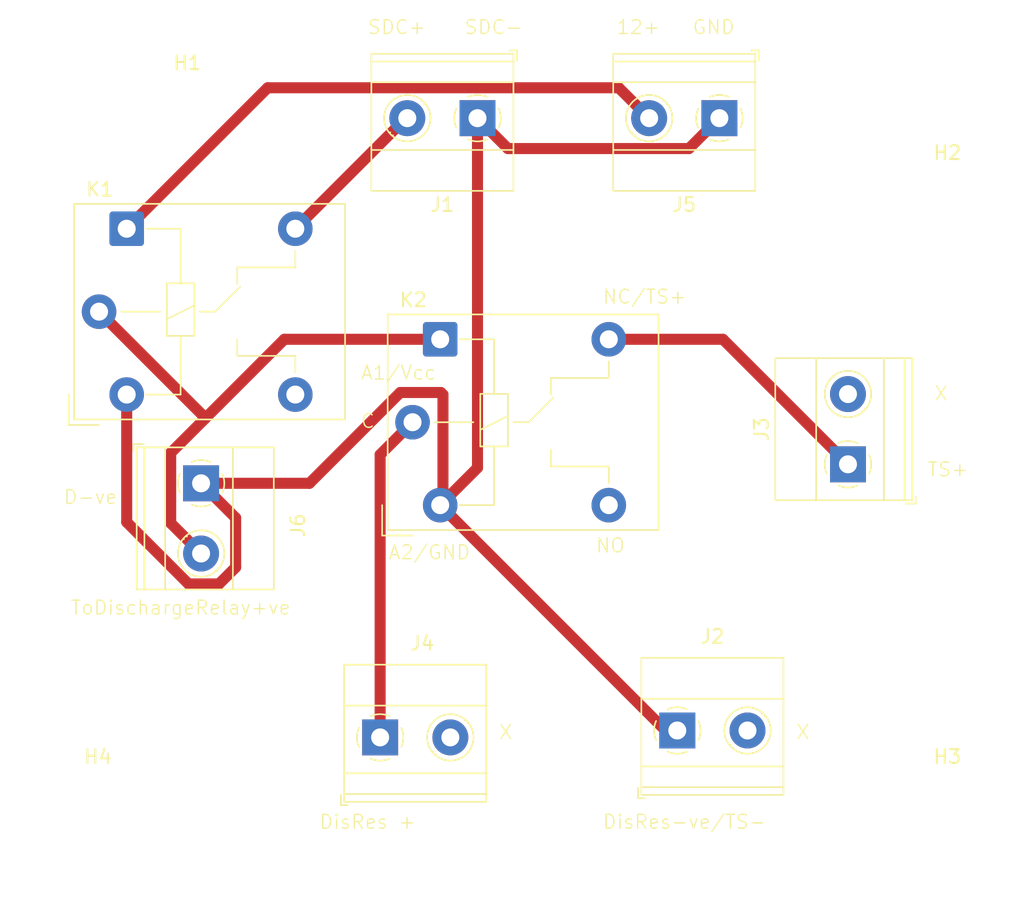
<source format=kicad_pcb>
(kicad_pcb (version 20240108) (generator "pcbnew") (generator_version "8.0")
  (layers (0 "F.Cu" signal) (31 "B.Cu" signal) (34 "B.Paste" user) (35 "F.Paste" user) (36 "B.SilkS" user "B.Silkscreen") (37 "F.SilkS" user "F.Silkscreen") (38 "B.Mask" user) (39 "F.Mask" user) (44 "Edge.Cuts" user))
  (net 0 "")
  (net 1 "+12V")
  (net 2 "Dis Resistor -ve")
  (net 3 "TS+")
  (net 4 "Dis Resistor +ve")
  (net 6 "SDC+")
  (net 7 "Discharge Contactor{slash}relay")
  (footprint "Relay_THT:Relay_SPDT_Hongfa_HF3F-L-xx-1ZL1T" (layer "F.Cu") (at 157.8 71)
    (property "Reference" "K2" (at -1.95 -2.85 0) (layer "F.SilkS"))
    (property "Value" "SRD-12VDC-SL-C")
    (fp_line (start -4.2 12) (end -4.2 14.2) (stroke (width 0.12)) (layer "F.SilkS"))
    (fp_line (start -4.2 14.2) (end -2 14.2) (stroke (width 0.12)) (layer "F.SilkS"))
    (fp_line (start -3.8 -1.8) (end -3.8 13.8) (stroke (width 0.12)) (layer "F.SilkS"))
    (fp_line (start -3.8 13.8) (end 15.8 13.8) (stroke (width 0.12)) (layer "F.SilkS"))
    (fp_line (start -0.4 6) (end 2.4 6) (stroke (width 0.12)) (layer "F.SilkS"))
    (fp_line (start 2.9 3.95) (end 2.9 7.75) (stroke (width 0.12)) (layer "F.SilkS"))
    (fp_line (start 2.9 7.75) (end 4.9 7.75) (stroke (width 0.12)) (layer "F.SilkS"))
    (fp_line (start 3.9 0) (end 1.4 0) (stroke (width 0.12)) (layer "F.SilkS"))
    (fp_line (start 3.9 3.95) (end 3.9 0) (stroke (width 0.12)) (layer "F.SilkS"))
    (fp_line (start 3.9 7.75) (end 3.9 12) (stroke (width 0.12)) (layer "F.SilkS"))
    (fp_line (start 3.9 12) (end 1.4 12) (stroke (width 0.12)) (layer "F.SilkS"))
    (fp_line (start 4.9 3.95) (end 2.9 3.95) (stroke (width 0.12)) (layer "F.SilkS"))
    (fp_line (start 4.9 5.55) (end 2.9 6.55) (stroke (width 0.12)) (layer "F.SilkS"))
    (fp_line (start 4.9 7.75) (end 4.9 3.95) (stroke (width 0.12)) (layer "F.SilkS"))
    (fp_line (start 6.4 6) (end 5.3 6) (stroke (width 0.12)) (layer "F.SilkS"))
    (fp_line (start 6.4 6) (end 8.2 4.2) (stroke (width 0.12)) (layer "F.SilkS"))
    (fp_line (start 8 2.8) (end 8 4) (stroke (width 0.12)) (layer "F.SilkS"))
    (fp_line (start 8 9.2) (end 8 8) (stroke (width 0.12)) (layer "F.SilkS"))
    (fp_line (start 12.2 1.6) (end 12.2 2.8) (stroke (width 0.12)) (layer "F.SilkS"))
    (fp_line (start 12.2 2.8) (end 8 2.8) (stroke (width 0.12)) (layer "F.SilkS"))
    (fp_line (start 12.2 9.2) (end 8 9.2) (stroke (width 0.12)) (layer "F.SilkS"))
    (fp_line (start 12.2 10.4) (end 12.2 9.2) (stroke (width 0.12)) (layer "F.SilkS"))
    (fp_line (start 15.8 -1.8) (end -3.8 -1.8) (stroke (width 0.12)) (layer "F.SilkS"))
    (fp_line (start 15.8 13.8) (end 15.8 -1.8) (stroke (width 0.12)) (layer "F.SilkS"))
    (pad "11" thru_hole circle (at -2 6) (size 2.5 2.5) (drill 1.3) (layers "*.Cu" "*.Mask") (net 4 "Dis Resistor +ve"))
    (pad "12" thru_hole circle (at 12.2 0) (size 2.5 2.5) (drill 1.3) (layers "*.Cu" "*.Mask") (net 3 "TS+"))
    (pad "14" thru_hole circle (at 12.2 12) (size 2.5 2.5) (drill 1.3) (layers "*.Cu" "*.Mask"))
    (pad "A1" thru_hole roundrect (at 0 0) (size 2.5 2.5) (drill 1.3) (layers "*.Cu" "*.Mask") (roundrect_rratio 0.1) (net 7 "Discharge Contactor{slash}relay"))
    (pad "A2" thru_hole circle (at 0 12) (size 2.5 2.5) (drill 1.3) (layers "*.Cu" "*.Mask") (net 2 "Dis Resistor -ve"))
  )
  (footprint "TerminalBlock_Phoenix:TerminalBlock_Phoenix_MKDS-1,5-2-5.08_1x02_P5.08mm_Horizontal" (layer "F.Cu") (at 174.955 99.305)
    (property "Reference" "J2" (at 2.545 -6.805 0) (layer "F.SilkS"))
    (property "Value" "from discharge resistor")
    (fp_line (start -2.84 4.16) (end -2.84 4.9) (stroke (width 0.12)) (layer "F.SilkS"))
    (fp_line (start -2.84 4.9) (end -2.34 4.9) (stroke (width 0.12)) (layer "F.SilkS"))
    (fp_line (start -2.6 -5.261) (end -2.6 4.66) (stroke (width 0.12)) (layer "F.SilkS"))
    (fp_line (start -2.6 -5.261) (end 7.68 -5.261) (stroke (width 0.12)) (layer "F.SilkS"))
    (fp_line (start -2.6 -2.301) (end 7.68 -2.301) (stroke (width 0.12)) (layer "F.SilkS"))
    (fp_line (start -2.6 2.6) (end 7.68 2.6) (stroke (width 0.12)) (layer "F.SilkS"))
    (fp_line (start -2.6 4.1) (end 7.68 4.1) (stroke (width 0.12)) (layer "F.SilkS"))
    (fp_line (start -2.6 4.66) (end 7.68 4.66) (stroke (width 0.12)) (layer "F.SilkS"))
    (fp_line (start 3.853 1.023) (end 3.806 1.069) (stroke (width 0.12)) (layer "F.SilkS"))
    (fp_line (start 4.046 1.239) (end 4.011 1.274) (stroke (width 0.12)) (layer "F.SilkS"))
    (fp_line (start 6.15 -1.275) (end 6.115 -1.239) (stroke (width 0.12)) (layer "F.SilkS"))
    (fp_line (start 6.355 -1.069) (end 6.308 -1.023) (stroke (width 0.12)) (layer "F.SilkS"))
    (fp_line (start 7.68 -5.261) (end 7.68 4.66) (stroke (width 0.12)) (layer "F.SilkS"))
    (fp_arc (start -1.535427 0.683042) (mid -1.680501 -0.000524) (end -1.535 -0.684) (stroke (width 0.12)) (layer "F.SilkS"))
    (fp_arc (start -0.683042 -1.535427) (mid 0.000524 -1.680501) (end 0.684 -1.535) (stroke (width 0.12)) (layer "F.SilkS"))
    (fp_arc (start 0.028805 1.680253) (mid -0.335551 1.646659) (end -0.684 1.535) (stroke (width 0.12)) (layer "F.SilkS"))
    (fp_arc (start 0.683318 1.534756) (mid 0.349292 1.643288) (end 0 1.68) (stroke (width 0.12)) (layer "F.SilkS"))
    (fp_arc (start 1.535427 -0.683042) (mid 1.680501 0.000524) (end 1.535 0.684) (stroke (width 0.12)) (layer "F.SilkS"))
    (fp_circle (center 5.08 0) (end 6.76 0) (stroke (width 0.12)) (fill none) (layer "F.SilkS"))
    (pad "1" thru_hole rect (at 0 0) (size 2.6 2.6) (drill 1.3) (layers "*.Cu" "*.Mask") (net 2 "Dis Resistor -ve"))
    (pad "2" thru_hole circle (at 5.08 0) (size 2.6 2.6) (drill 1.3) (layers "*.Cu" "*.Mask"))
  )
  (footprint "TerminalBlock_Phoenix:TerminalBlock_Phoenix_MKDS-1,5-2-5.08_1x02_P5.08mm_Horizontal" (layer "F.Cu") (at 178 55 180)
    (property "Reference" "J5" (at 2.54 -6.26 0) (layer "F.SilkS"))
    (property "Value" "Conn_01x02_Pin")
    (fp_line (start 7.68 -5.261) (end 7.68 4.66) (stroke (width 0.12)) (layer "F.SilkS"))
    (fp_line (start 6.355 -1.069) (end 6.308 -1.023) (stroke (width 0.12)) (layer "F.SilkS"))
    (fp_line (start 6.15 -1.275) (end 6.115 -1.239) (stroke (width 0.12)) (layer "F.SilkS"))
    (fp_line (start 4.046 1.239) (end 4.011 1.274) (stroke (width 0.12)) (layer "F.SilkS"))
    (fp_line (start 3.853 1.023) (end 3.806 1.069) (stroke (width 0.12)) (layer "F.SilkS"))
    (fp_line (start -2.6 4.66) (end 7.68 4.66) (stroke (width 0.12)) (layer "F.SilkS"))
    (fp_line (start -2.6 4.1) (end 7.68 4.1) (stroke (width 0.12)) (layer "F.SilkS"))
    (fp_line (start -2.6 2.6) (end 7.68 2.6) (stroke (width 0.12)) (layer "F.SilkS"))
    (fp_line (start -2.6 -2.301) (end 7.68 -2.301) (stroke (width 0.12)) (layer "F.SilkS"))
    (fp_line (start -2.6 -5.261) (end 7.68 -5.261) (stroke (width 0.12)) (layer "F.SilkS"))
    (fp_line (start -2.6 -5.261) (end -2.6 4.66) (stroke (width 0.12)) (layer "F.SilkS"))
    (fp_line (start -2.84 4.9) (end -2.34 4.9) (stroke (width 0.12)) (layer "F.SilkS"))
    (fp_line (start -2.84 4.16) (end -2.84 4.9) (stroke (width 0.12)) (layer "F.SilkS"))
    (fp_arc (start 1.535427 -0.683042) (mid 1.680501 0.000524) (end 1.535 0.684) (stroke (width 0.12)) (layer "F.SilkS"))
    (fp_arc (start 0.683318 1.534756) (mid 0.349292 1.643288) (end 0 1.68) (stroke (width 0.12)) (layer "F.SilkS"))
    (fp_arc (start 0.028805 1.680253) (mid -0.335551 1.646659) (end -0.684 1.535) (stroke (width 0.12)) (layer "F.SilkS"))
    (fp_arc (start -0.683042 -1.535427) (mid 0.000524 -1.680501) (end 0.684 -1.535) (stroke (width 0.12)) (layer "F.SilkS"))
    (fp_arc (start -1.535427 0.683042) (mid -1.680501 -0.000524) (end -1.535 -0.684) (stroke (width 0.12)) (layer "F.SilkS"))
    (fp_circle (center 5.08 0) (end 6.76 0) (stroke (width 0.12)) (fill none) (layer "F.SilkS"))
    (pad "1" thru_hole rect (at 0 0 180) (size 2.6 2.6) (drill 1.3) (layers "*.Cu" "*.Mask") (net 2 "Dis Resistor -ve"))
    (pad "2" thru_hole circle (at 5.08 0 180) (size 2.6 2.6) (drill 1.3) (layers "*.Cu" "*.Mask") (net 1 "+12V"))
  )
  (footprint "MountingHole:MountingHole_4.3mm_M4" (layer "F.Cu") (at 133 51.5)
    (property "Reference" "H1" (at 6.5 -0.5 0) (layer "F.SilkS"))
    (property "Value" "MountingHole")
    (pad "" np_thru_hole circle (at 0 0) (size 4.3 4.3) (drill 4.3) (layers "*.Cu" "*.Mask"))
  )
  (footprint "TerminalBlock_Phoenix:TerminalBlock_Phoenix_MKDS-1,5-2-5.08_1x02_P5.08mm_Horizontal" (layer "F.Cu") (at 140.5 81.42 -90)
    (property "Reference" "J6" (at 3.045 -7 90) (layer "F.SilkS"))
    (property "Value" "to discharge relay")
    (fp_line (start -2.84 4.9) (end -2.34 4.9) (stroke (width 0.12)) (layer "F.SilkS"))
    (fp_line (start -2.6 4.66) (end 7.68 4.66) (stroke (width 0.12)) (layer "F.SilkS"))
    (fp_line (start -2.84 4.16) (end -2.84 4.9) (stroke (width 0.12)) (layer "F.SilkS"))
    (fp_line (start -2.6 4.1) (end 7.68 4.1) (stroke (width 0.12)) (layer "F.SilkS"))
    (fp_line (start -2.6 2.6) (end 7.68 2.6) (stroke (width 0.12)) (layer "F.SilkS"))
    (fp_line (start 4.046 1.239) (end 4.011 1.274) (stroke (width 0.12)) (layer "F.SilkS"))
    (fp_line (start 3.853 1.023) (end 3.806 1.069) (stroke (width 0.12)) (layer "F.SilkS"))
    (fp_line (start 6.355 -1.069) (end 6.308 -1.023) (stroke (width 0.12)) (layer "F.SilkS"))
    (fp_line (start 6.15 -1.275) (end 6.115 -1.239) (stroke (width 0.12)) (layer "F.SilkS"))
    (fp_line (start -2.6 -2.301) (end 7.68 -2.301) (stroke (width 0.12)) (layer "F.SilkS"))
    (fp_line (start -2.6 -5.261) (end -2.6 4.66) (stroke (width 0.12)) (layer "F.SilkS"))
    (fp_line (start -2.6 -5.261) (end 7.68 -5.261) (stroke (width 0.12)) (layer "F.SilkS"))
    (fp_line (start 7.68 -5.261) (end 7.68 4.66) (stroke (width 0.12)) (layer "F.SilkS"))
    (fp_arc (start 0.028805 1.680253) (mid -0.335551 1.646659) (end -0.684 1.535) (stroke (width 0.12)) (layer "F.SilkS"))
    (fp_arc (start 0.683318 1.534756) (mid 0.349292 1.643288) (end 0 1.68) (stroke (width 0.12)) (layer "F.SilkS"))
    (fp_arc (start -1.535427 0.683042) (mid -1.680501 -0.000524) (end -1.535 -0.684) (stroke (width 0.12)) (layer "F.SilkS"))
    (fp_arc (start 1.535427 -0.683042) (mid 1.680501 0.000524) (end 1.535 0.684) (stroke (width 0.12)) (layer "F.SilkS"))
    (fp_arc (start -0.683042 -1.535427) (mid 0.000524 -1.680501) (end 0.684 -1.535) (stroke (width 0.12)) (layer "F.SilkS"))
    (fp_circle (center 5.08 0) (end 6.76 0) (stroke (width 0.12)) (fill none) (layer "F.SilkS"))
    (pad "1" thru_hole rect (at 0 0 270) (size 2.6 2.6) (drill 1.3) (layers "*.Cu" "*.Mask") (net 2 "Dis Resistor -ve"))
    (pad "2" thru_hole circle (at 5.08 0 270) (size 2.6 2.6) (drill 1.3) (layers "*.Cu" "*.Mask") (net 7 "Discharge Contactor{slash}relay"))
  )
  (footprint "MountingHole:MountingHole_4.3mm_M4" (layer "F.Cu") (at 133.035534 106.5)
    (property "Reference" "H4" (at 0 -5.3 0) (layer "F.SilkS"))
    (property "Value" "MountingHole")
    (pad "" np_thru_hole circle (at 0 0) (size 4.3 4.3) (drill 4.3) (layers "*.Cu" "*.Mask"))
  )
  (footprint "Relay_THT:Relay_SPDT_Hongfa_HF3F-L-xx-1ZL1T" (layer "F.Cu") (at 135.1175 63)
    (property "Reference" "K1" (at -1.95 -2.85 0) (layer "F.SilkS"))
    (property "Value" "SRD-12VDC-SL-C")
    (fp_line (start -4.2 12) (end -4.2 14.2) (stroke (width 0.12)) (layer "F.SilkS"))
    (fp_line (start -4.2 14.2) (end -2 14.2) (stroke (width 0.12)) (layer "F.SilkS"))
    (fp_line (start -3.8 -1.8) (end -3.8 13.8) (stroke (width 0.12)) (layer "F.SilkS"))
    (fp_line (start -3.8 13.8) (end 15.8 13.8) (stroke (width 0.12)) (layer "F.SilkS"))
    (fp_line (start -0.4 6) (end 2.4 6) (stroke (width 0.12)) (layer "F.SilkS"))
    (fp_line (start 2.9 3.95) (end 2.9 7.75) (stroke (width 0.12)) (layer "F.SilkS"))
    (fp_line (start 2.9 7.75) (end 4.9 7.75) (stroke (width 0.12)) (layer "F.SilkS"))
    (fp_line (start 3.9 0) (end 1.4 0) (stroke (width 0.12)) (layer "F.SilkS"))
    (fp_line (start 3.9 3.95) (end 3.9 0) (stroke (width 0.12)) (layer "F.SilkS"))
    (fp_line (start 3.9 7.75) (end 3.9 12) (stroke (width 0.12)) (layer "F.SilkS"))
    (fp_line (start 3.9 12) (end 1.4 12) (stroke (width 0.12)) (layer "F.SilkS"))
    (fp_line (start 4.9 3.95) (end 2.9 3.95) (stroke (width 0.12)) (layer "F.SilkS"))
    (fp_line (start 4.9 5.55) (end 2.9 6.55) (stroke (width 0.12)) (layer "F.SilkS"))
    (fp_line (start 4.9 7.75) (end 4.9 3.95) (stroke (width 0.12)) (layer "F.SilkS"))
    (fp_line (start 6.4 6) (end 5.3 6) (stroke (width 0.12)) (layer "F.SilkS"))
    (fp_line (start 6.4 6) (end 8.2 4.2) (stroke (width 0.12)) (layer "F.SilkS"))
    (fp_line (start 8 2.8) (end 8 4) (stroke (width 0.12)) (layer "F.SilkS"))
    (fp_line (start 8 9.2) (end 8 8) (stroke (width 0.12)) (layer "F.SilkS"))
    (fp_line (start 12.2 1.6) (end 12.2 2.8) (stroke (width 0.12)) (layer "F.SilkS"))
    (fp_line (start 12.2 2.8) (end 8 2.8) (stroke (width 0.12)) (layer "F.SilkS"))
    (fp_line (start 12.2 9.2) (end 8 9.2) (stroke (width 0.12)) (layer "F.SilkS"))
    (fp_line (start 12.2 10.4) (end 12.2 9.2) (stroke (width 0.12)) (layer "F.SilkS"))
    (fp_line (start 15.8 -1.8) (end -3.8 -1.8) (stroke (width 0.12)) (layer "F.SilkS"))
    (fp_line (start 15.8 13.8) (end 15.8 -1.8) (stroke (width 0.12)) (layer "F.SilkS"))
    (pad "11" thru_hole circle (at -2 6) (size 2.5 2.5) (drill 1.3) (layers "*.Cu" "*.Mask") (net 7 "Discharge Contactor{slash}relay"))
    (pad "12" thru_hole circle (at 12.2 0) (size 2.5 2.5) (drill 1.3) (layers "*.Cu" "*.Mask") (net 6 "SDC+"))
    (pad "14" thru_hole circle (at 12.2 12) (size 2.5 2.5) (drill 1.3) (layers "*.Cu" "*.Mask"))
    (pad "A1" thru_hole roundrect (at 0 0) (size 2.5 2.5) (drill 1.3) (layers "*.Cu" "*.Mask") (roundrect_rratio 0.1) (net 1 "+12V"))
    (pad "A2" thru_hole circle (at 0 12) (size 2.5 2.5) (drill 1.3) (layers "*.Cu" "*.Mask") (net 2 "Dis Resistor -ve"))
  )
  (footprint "MountingHole:MountingHole_4.3mm_M4" (layer "F.Cu") (at 194.5 106.5)
    (property "Reference" "H3" (at 0 -5.3 0) (layer "F.SilkS"))
    (property "Value" "MountingHole")
    (pad "" np_thru_hole circle (at 0 0) (size 4.3 4.3) (drill 4.3) (layers "*.Cu" "*.Mask"))
  )
  (footprint "TerminalBlock_Phoenix:TerminalBlock_Phoenix_MKDS-1,5-2-5.08_1x02_P5.08mm_Horizontal" (layer "F.Cu") (at 187.305 80.045 90)
    (property "Reference" "J3" (at 2.54 -6.26 90) (layer "F.SilkS"))
    (property "Value" "Motor Controller +ve terminal")
    (fp_line (start 7.68 -5.261) (end 7.68 4.66) (stroke (width 0.12)) (layer "F.SilkS"))
    (fp_line (start -2.6 -5.261) (end 7.68 -5.261) (stroke (width 0.12)) (layer "F.SilkS"))
    (fp_line (start -2.6 -5.261) (end -2.6 4.66) (stroke (width 0.12)) (layer "F.SilkS"))
    (fp_line (start -2.6 -2.301) (end 7.68 -2.301) (stroke (width 0.12)) (layer "F.SilkS"))
    (fp_line (start 6.15 -1.275) (end 6.115 -1.239) (stroke (width 0.12)) (layer "F.SilkS"))
    (fp_line (start 6.355 -1.069) (end 6.308 -1.023) (stroke (width 0.12)) (layer "F.SilkS"))
    (fp_line (start 3.853 1.023) (end 3.806 1.069) (stroke (width 0.12)) (layer "F.SilkS"))
    (fp_line (start 4.046 1.239) (end 4.011 1.274) (stroke (width 0.12)) (layer "F.SilkS"))
    (fp_line (start -2.6 2.6) (end 7.68 2.6) (stroke (width 0.12)) (layer "F.SilkS"))
    (fp_line (start -2.6 4.1) (end 7.68 4.1) (stroke (width 0.12)) (layer "F.SilkS"))
    (fp_line (start -2.84 4.16) (end -2.84 4.9) (stroke (width 0.12)) (layer "F.SilkS"))
    (fp_line (start -2.6 4.66) (end 7.68 4.66) (stroke (width 0.12)) (layer "F.SilkS"))
    (fp_line (start -2.84 4.9) (end -2.34 4.9) (stroke (width 0.12)) (layer "F.SilkS"))
    (fp_arc (start -0.683042 -1.535427) (mid 0.000524 -1.680501) (end 0.684 -1.535) (stroke (width 0.12)) (layer "F.SilkS"))
    (fp_arc (start 1.535427 -0.683042) (mid 1.680501 0.000524) (end 1.535 0.684) (stroke (width 0.12)) (layer "F.SilkS"))
    (fp_arc (start -1.535427 0.683042) (mid -1.680501 -0.000524) (end -1.535 -0.684) (stroke (width 0.12)) (layer "F.SilkS"))
    (fp_arc (start 0.683318 1.534756) (mid 0.349292 1.643288) (end 0 1.68) (stroke (width 0.12)) (layer "F.SilkS"))
    (fp_arc (start 0.028805 1.680253) (mid -0.335551 1.646659) (end -0.684 1.535) (stroke (width 0.12)) (layer "F.SilkS"))
    (fp_circle (center 5.08 0) (end 6.76 0) (stroke (width 0.12)) (fill none) (layer "F.SilkS"))
    (pad "1" thru_hole rect (at 0 0 90) (size 2.6 2.6) (drill 1.3) (layers "*.Cu" "*.Mask") (net 3 "TS+"))
    (pad "2" thru_hole circle (at 5.08 0 90) (size 2.6 2.6) (drill 1.3) (layers "*.Cu" "*.Mask"))
  )
  (footprint "TerminalBlock_Phoenix:TerminalBlock_Phoenix_MKDS-1,5-2-5.08_1x02_P5.08mm_Horizontal" (layer "F.Cu") (at 160.5 55 180)
    (property "Reference" "J1" (at 2.54 -6.26 0) (layer "F.SilkS"))
    (property "Value" "Shutdown Status")
    (fp_line (start 7.68 -5.261) (end 7.68 4.66) (stroke (width 0.12)) (layer "F.SilkS"))
    (fp_line (start 6.355 -1.069) (end 6.308 -1.023) (stroke (width 0.12)) (layer "F.SilkS"))
    (fp_line (start 6.15 -1.275) (end 6.115 -1.239) (stroke (width 0.12)) (layer "F.SilkS"))
    (fp_line (start 4.046 1.239) (end 4.011 1.274) (stroke (width 0.12)) (layer "F.SilkS"))
    (fp_line (start 3.853 1.023) (end 3.806 1.069) (stroke (width 0.12)) (layer "F.SilkS"))
    (fp_line (start -2.6 4.66) (end 7.68 4.66) (stroke (width 0.12)) (layer "F.SilkS"))
    (fp_line (start -2.6 4.1) (end 7.68 4.1) (stroke (width 0.12)) (layer "F.SilkS"))
    (fp_line (start -2.6 2.6) (end 7.68 2.6) (stroke (width 0.12)) (layer "F.SilkS"))
    (fp_line (start -2.6 -2.301) (end 7.68 -2.301) (stroke (width 0.12)) (layer "F.SilkS"))
    (fp_line (start -2.6 -5.261) (end 7.68 -5.261) (stroke (width 0.12)) (layer "F.SilkS"))
    (fp_line (start -2.6 -5.261) (end -2.6 4.66) (stroke (width 0.12)) (layer "F.SilkS"))
    (fp_line (start -2.84 4.9) (end -2.34 4.9) (stroke (width 0.12)) (layer "F.SilkS"))
    (fp_line (start -2.84 4.16) (end -2.84 4.9) (stroke (width 0.12)) (layer "F.SilkS"))
    (fp_arc (start 1.535427 -0.683042) (mid 1.680501 0.000524) (end 1.535 0.684) (stroke (width 0.12)) (layer "F.SilkS"))
    (fp_arc (start 0.683318 1.534756) (mid 0.349292 1.643288) (end 0 1.68) (stroke (width 0.12)) (layer "F.SilkS"))
    (fp_arc (start 0.028805 1.680253) (mid -0.335551 1.646659) (end -0.684 1.535) (stroke (width 0.12)) (layer "F.SilkS"))
    (fp_arc (start -0.683042 -1.535427) (mid 0.000524 -1.680501) (end 0.684 -1.535) (stroke (width 0.12)) (layer "F.SilkS"))
    (fp_arc (start -1.535427 0.683042) (mid -1.680501 -0.000524) (end -1.535 -0.684) (stroke (width 0.12)) (layer "F.SilkS"))
    (fp_circle (center 5.08 0) (end 6.76 0) (stroke (width 0.12)) (fill none) (layer "F.SilkS"))
    (pad "1" thru_hole rect (at 0 0 180) (size 2.6 2.6) (drill 1.3) (layers "*.Cu" "*.Mask") (net 2 "Dis Resistor -ve"))
    (pad "2" thru_hole circle (at 5.08 0 180) (size 2.6 2.6) (drill 1.3) (layers "*.Cu" "*.Mask") (net 6 "SDC+"))
  )
  (footprint "MountingHole:MountingHole_4.3mm_M4" (layer "F.Cu") (at 194.5 51.5)
    (property "Reference" "H2" (at 0 6 0) (layer "F.SilkS"))
    (property "Value" "MountingHole")
    (pad "" np_thru_hole circle (at 0 0) (size 4.3 4.3) (drill 4.3) (layers "*.Cu" "*.Mask"))
  )
  (footprint "TerminalBlock_Phoenix:TerminalBlock_Phoenix_MKDS-1,5-2-5.08_1x02_P5.08mm_Horizontal" (layer "F.Cu") (at 153.455 99.805)
    (property "Reference" "J4" (at 3.045 -6.805 0) (layer "F.SilkS"))
    (property "Value" "to discharge resistor")
    (fp_line (start -2.84 4.16) (end -2.84 4.9) (stroke (width 0.12)) (layer "F.SilkS"))
    (fp_line (start -2.84 4.9) (end -2.34 4.9) (stroke (width 0.12)) (layer "F.SilkS"))
    (fp_line (start -2.6 -5.261) (end -2.6 4.66) (stroke (width 0.12)) (layer "F.SilkS"))
    (fp_line (start -2.6 -5.261) (end 7.68 -5.261) (stroke (width 0.12)) (layer "F.SilkS"))
    (fp_line (start -2.6 -2.301) (end 7.68 -2.301) (stroke (width 0.12)) (layer "F.SilkS"))
    (fp_line (start -2.6 2.6) (end 7.68 2.6) (stroke (width 0.12)) (layer "F.SilkS"))
    (fp_line (start -2.6 4.1) (end 7.68 4.1) (stroke (width 0.12)) (layer "F.SilkS"))
    (fp_line (start -2.6 4.66) (end 7.68 4.66) (stroke (width 0.12)) (layer "F.SilkS"))
    (fp_line (start 3.853 1.023) (end 3.806 1.069) (stroke (width 0.12)) (layer "F.SilkS"))
    (fp_line (start 4.046 1.239) (end 4.011 1.274) (stroke (width 0.12)) (layer "F.SilkS"))
    (fp_line (start 6.15 -1.275) (end 6.115 -1.239) (stroke (width 0.12)) (layer "F.SilkS"))
    (fp_line (start 6.355 -1.069) (end 6.308 -1.023) (stroke (width 0.12)) (layer "F.SilkS"))
    (fp_line (start 7.68 -5.261) (end 7.68 4.66) (stroke (width 0.12)) (layer "F.SilkS"))
    (fp_arc (start -1.535427 0.683042) (mid -1.680501 -0.000524) (end -1.535 -0.684) (stroke (width 0.12)) (layer "F.SilkS"))
    (fp_arc (start -0.683042 -1.535427) (mid 0.000524 -1.680501) (end 0.684 -1.535) (stroke (width 0.12)) (layer "F.SilkS"))
    (fp_arc (start 0.028805 1.680253) (mid -0.335551 1.646659) (end -0.684 1.535) (stroke (width 0.12)) (layer "F.SilkS"))
    (fp_arc (start 0.683318 1.534756) (mid 0.349292 1.643288) (end 0 1.68) (stroke (width 0.12)) (layer "F.SilkS"))
    (fp_arc (start 1.535427 -0.683042) (mid 1.680501 0.000524) (end 1.535 0.684) (stroke (width 0.12)) (layer "F.SilkS"))
    (fp_circle (center 5.08 0) (end 6.76 0) (stroke (width 0.12)) (fill none) (layer "F.SilkS"))
    (pad "1" thru_hole rect (at 0 0) (size 2.6 2.6) (drill 1.3) (layers "*.Cu" "*.Mask") (net 4 "Dis Resistor +ve"))
    (pad "2" thru_hole circle (at 5.08 0) (size 2.6 2.6) (drill 1.3) (layers "*.Cu" "*.Mask"))
  )
  (gr_text "NO" (at 169 86.5 0) (layer "F.SilkS") (effects (font (size 1 1) (thickness 0.1)) (justify left bottom)))
  (gr_text "NC/TS+" (at 169.5 68.5 0) (layer "F.SilkS") (effects (font (size 1 1) (thickness 0.1)) (justify left bottom)))
  (gr_text "DisRes-ve/TS-" (at 169.5 106.5 0) (layer "F.SilkS") (effects (font (size 1 1) (thickness 0.1)) (justify left bottom)))
  (gr_text "SDC-" (at 159.5 49 0) (layer "F.SilkS") (effects (font (size 1 1) (thickness 0.1)) (justify left bottom)))
  (gr_text "GND" (at 176 49 0) (layer "F.SilkS") (effects (font (size 1 1) (thickness 0.1)) (justify left bottom)))
  (gr_text "X" (at 162 100 0) (layer "F.SilkS") (effects (font (size 1 1) (thickness 0.1)) (justify left bottom)))
  (gr_text "ToDischargeRelay+ve" (at 131 91 0) (layer "F.SilkS") (effects (font (size 1 1) (thickness 0.1)) (justify left bottom)))
  (gr_text "12+" (at 170.5 49 0) (layer "F.SilkS") (effects (font (size 1 1) (thickness 0.1)) (justify left bottom)))
  (gr_text "A2/GND" (at 154 87 0) (layer "F.SilkS") (effects (font (size 1 1) (thickness 0.1)) (justify left bottom)))
  (gr_text "C" (at 152 77.5 0) (layer "F.SilkS") (effects (font (size 1 1) (thickness 0.1)) (justify left bottom)))
  (gr_text "SDC+" (at 152.5 49 0) (layer "F.SilkS") (effects (font (size 1 1) (thickness 0.1)) (justify left bottom)))
  (gr_text "A1/Vcc" (at 152 74 0) (layer "F.SilkS") (effects (font (size 1 1) (thickness 0.1)) (justify left bottom)))
  (gr_text "X" (at 183.5 100 0) (layer "F.SilkS") (effects (font (size 1 1) (thickness 0.1)) (justify left bottom)))
  (gr_text "D-ve" (at 130.5 83 0) (layer "F.SilkS") (effects (font (size 1 1) (thickness 0.1)) (justify left bottom)))
  (gr_text "TS+" (at 193 81 0) (layer "F.SilkS") (effects (font (size 1 1) (thickness 0.1)) (justify left bottom)))
  (gr_text "X" (at 193.5 75.5 0) (layer "F.SilkS") (effects (font (size 1 1) (thickness 0.1)) (justify left bottom)))
  (gr_text "DisRes +" (at 149 106.5 0) (layer "F.SilkS") (effects (font (size 1 1) (thickness 0.1)) (justify left bottom)))
  (segment (start 135.1175 63) (end 145.3175 52.8) (width 0.8) (layer "F.Cu") (net 1))
  (segment (start 170.72 52.8) (end 172.92 55) (width 0.8) (layer "F.Cu") (net 1))
  (segment (start 145.3175 52.8) (end 170.72 52.8) (width 0.8) (layer "F.Cu") (net 1))
  (segment (start 135.1175 75) (end 135.1175 84.22877) (width 0.8) (layer "F.Cu") (net 2))
  (segment (start 143 83.92) (end 140.5 81.42) (width 0.8) (layer "F.Cu") (net 2))
  (segment (start 135.1175 84.22877) (end 139.58873 88.7) (width 0.8) (layer "F.Cu") (net 2))
  (segment (start 139.58873 88.7) (end 141.8 88.7) (width 0.8) (layer "F.Cu") (net 2))
  (segment (start 154.90944 74.85) (end 157.85 74.85) (width 0.8) (layer "F.Cu") (net 2))
  (segment (start 157.8 83) (end 160.5 80.3) (width 0.8) (layer "F.Cu") (net 2))
  (segment (start 174.955 99.305) (end 174.105 99.305) (width 0.8) (layer "F.Cu") (net 2))
  (segment (start 143 87.5) (end 143 83.92) (width 0.8) (layer "F.Cu") (net 2))
  (segment (start 174.105 99.305) (end 157.8 83) (width 0.8) (layer "F.Cu") (net 2))
  (segment (start 158 82.8) (end 157.8 83) (width 0.8) (layer "F.Cu") (net 2))
  (segment (start 160.5 80.3) (end 160.5 55) (width 0.8) (layer "F.Cu") (net 2))
  (segment (start 160.5 55) (end 162.7 57.2) (width 0.8) (layer "F.Cu") (net 2))
  (segment (start 162.7 57.2) (end 175.8 57.2) (width 0.8) (layer "F.Cu") (net 2))
  (segment (start 175.8 57.2) (end 178 55) (width 0.8) (layer "F.Cu") (net 2))
  (segment (start 148.33944 81.42) (end 154.90944 74.85) (width 0.8) (layer "F.Cu") (net 2))
  (segment (start 157.85 74.85) (end 158 75) (width 0.8) (layer "F.Cu") (net 2))
  (segment (start 158 75) (end 158 82.8) (width 0.8) (layer "F.Cu") (net 2))
  (segment (start 140.5 81.42) (end 148.33944 81.42) (width 0.8) (layer "F.Cu") (net 2))
  (segment (start 141.8 88.7) (end 143 87.5) (width 0.8) (layer "F.Cu") (net 2))
  (segment (start 170 71) (end 178.26 71) (width 0.8) (layer "F.Cu") (net 3))
  (segment (start 178.26 71) (end 187.305 80.045) (width 0.8) (layer "F.Cu") (net 3))
  (segment (start 153.455 99.805) (end 153.455 79.345) (width 0.8) (layer "F.Cu") (net 4))
  (segment (start 153.455 79.345) (end 155.8 77) (width 0.8) (layer "F.Cu") (net 4))
  (segment (start 155.3175 55) (end 155.42 55) (width 0.8) (layer "F.Cu") (net 6))
  (segment (start 147.3175 63) (end 155.3175 55) (width 0.8) (layer "F.Cu") (net 6))
  (segment (start 140.76 76.76) (end 146.52 71) (width 0.8) (layer "F.Cu") (net 7))
  (segment (start 138.3 79.22) (end 140.76 76.76) (width 0.8) (layer "F.Cu") (net 7))
  (segment (start 140.5 86.5) (end 138.3 84.3) (width 0.8) (layer "F.Cu") (net 7))
  (segment (start 133.1175 69) (end 140.76 76.6425) (width 0.8) (layer "F.Cu") (net 7))
  (segment (start 140.76 76.6425) (end 140.76 76.76) (width 0.8) (layer "F.Cu") (net 7))
  (segment (start 138.3 84.3) (end 138.3 79.22) (width 0.8) (layer "F.Cu") (net 7))
  (segment (start 146.52 71) (end 157.8 71) (width 0.8) (layer "F.Cu") (net 7))
)
</source>
